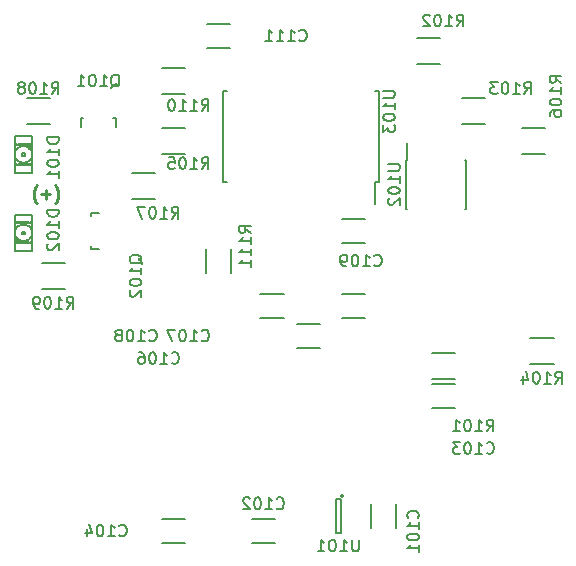
<source format=gbo>
G04 #@! TF.GenerationSoftware,KiCad,Pcbnew,(2017-05-18 revision 2a3a699)-master*
G04 #@! TF.CreationDate,2017-05-23T18:31:29+02:00*
G04 #@! TF.ProjectId,reader,7265616465722E6B696361645F706362,rev?*
G04 #@! TF.FileFunction,Legend,Bot*
G04 #@! TF.FilePolarity,Positive*
%FSLAX46Y46*%
G04 Gerber Fmt 4.6, Leading zero omitted, Abs format (unit mm)*
G04 Created by KiCad (PCBNEW (2017-05-18 revision 2a3a699)-master) date Tue May 23 18:31:29 2017*
%MOMM*%
%LPD*%
G01*
G04 APERTURE LIST*
%ADD10C,0.385000*%
%ADD11C,0.250000*%
%ADD12C,0.150000*%
G04 APERTURE END LIST*
D10*
D11*
X55206904Y-69248333D02*
X55254523Y-69200714D01*
X55349761Y-69057857D01*
X55397380Y-68962619D01*
X55445000Y-68819761D01*
X55492619Y-68581666D01*
X55492619Y-68391190D01*
X55445000Y-68153095D01*
X55397380Y-68010238D01*
X55349761Y-67915000D01*
X55254523Y-67772142D01*
X55206904Y-67724523D01*
X54825952Y-68486428D02*
X54064047Y-68486428D01*
X54445000Y-68867380D02*
X54445000Y-68105476D01*
X53683095Y-69248333D02*
X53635476Y-69200714D01*
X53540238Y-69057857D01*
X53492619Y-68962619D01*
X53445000Y-68819761D01*
X53397380Y-68581666D01*
X53397380Y-68391190D01*
X53445000Y-68153095D01*
X53492619Y-68010238D01*
X53540238Y-67915000D01*
X53635476Y-67772142D01*
X53683095Y-67724523D01*
D12*
X84045000Y-94720000D02*
X84045000Y-96720000D01*
X81995000Y-96720000D02*
X81995000Y-94720000D01*
X71860000Y-95965000D02*
X73860000Y-95965000D01*
X73860000Y-98015000D02*
X71860000Y-98015000D01*
X87100000Y-84535000D02*
X89100000Y-84535000D01*
X89100000Y-86585000D02*
X87100000Y-86585000D01*
X66240000Y-98015000D02*
X64240000Y-98015000D01*
X64240000Y-95965000D02*
X66240000Y-95965000D01*
X77670000Y-81505000D02*
X75670000Y-81505000D01*
X75670000Y-79455000D02*
X77670000Y-79455000D01*
X79480000Y-76915000D02*
X81480000Y-76915000D01*
X81480000Y-78965000D02*
X79480000Y-78965000D01*
X72590000Y-76915000D02*
X74590000Y-76915000D01*
X74590000Y-78965000D02*
X72590000Y-78965000D01*
X81480000Y-72615000D02*
X79480000Y-72615000D01*
X79480000Y-70565000D02*
X81480000Y-70565000D01*
X70050000Y-56105000D02*
X68050000Y-56105000D01*
X68050000Y-54055000D02*
X70050000Y-54055000D01*
X52639060Y-65189200D02*
X52639060Y-64991080D01*
X52639060Y-64991080D02*
X52440940Y-64991080D01*
X52440940Y-65189200D02*
X52440940Y-64991080D01*
X52639060Y-65189200D02*
X52440940Y-65189200D01*
X53238500Y-64640560D02*
X53238500Y-64292580D01*
X53238500Y-64292580D02*
X52989580Y-64292580D01*
X52989580Y-64640560D02*
X52989580Y-64292580D01*
X53238500Y-64640560D02*
X52989580Y-64640560D01*
X53238500Y-64292580D02*
X53238500Y-64190980D01*
X53238500Y-64190980D02*
X52042160Y-64190980D01*
X52042160Y-64292580D02*
X52042160Y-64190980D01*
X53238500Y-64292580D02*
X52042160Y-64292580D01*
X51991360Y-64292580D02*
X51991360Y-64190980D01*
X51991360Y-64190980D02*
X51841500Y-64190980D01*
X51841500Y-64292580D02*
X51841500Y-64190980D01*
X51991360Y-64292580D02*
X51841500Y-64292580D01*
X53238500Y-65989300D02*
X53238500Y-65887700D01*
X53238500Y-65887700D02*
X52042160Y-65887700D01*
X52042160Y-65989300D02*
X52042160Y-65887700D01*
X53238500Y-65989300D02*
X52042160Y-65989300D01*
X51991360Y-65989300D02*
X51991360Y-65887700D01*
X51991360Y-65887700D02*
X51841500Y-65887700D01*
X51841500Y-65989300D02*
X51841500Y-65887700D01*
X51991360Y-65989300D02*
X51841500Y-65989300D01*
X53238500Y-64640560D02*
X53238500Y-64490700D01*
X53238500Y-64490700D02*
X52989580Y-64490700D01*
X52989580Y-64640560D02*
X52989580Y-64490700D01*
X53238500Y-64640560D02*
X52989580Y-64640560D01*
X53289300Y-63540740D02*
X53289300Y-66639540D01*
X53289300Y-66639540D02*
X51790700Y-66639540D01*
X51790700Y-66639540D02*
X51790700Y-63540740D01*
X51790700Y-63540740D02*
X53289300Y-63540740D01*
X53039354Y-65637402D02*
G75*
G03X53037840Y-64541500I-499354J547262D01*
G01*
X52041602Y-65638273D02*
G75*
G03X53037840Y-65638780I498398J548133D01*
G01*
X52040646Y-64542878D02*
G75*
G03X52042160Y-65638780I499354J-547262D01*
G01*
X53038398Y-64542007D02*
G75*
G03X52042160Y-64541500I-498398J-548133D01*
G01*
X52041602Y-72287993D02*
G75*
G03X53037840Y-72288500I498398J548133D01*
G01*
X53039354Y-72287122D02*
G75*
G03X53037840Y-71191220I-499354J547262D01*
G01*
X53038398Y-71191727D02*
G75*
G03X52042160Y-71191220I-498398J-548133D01*
G01*
X52040646Y-71192598D02*
G75*
G03X52042160Y-72288500I499354J-547262D01*
G01*
X53289300Y-73289260D02*
X51790700Y-73289260D01*
X53289300Y-70190460D02*
X53289300Y-73289260D01*
X51790700Y-70190460D02*
X53289300Y-70190460D01*
X51790700Y-73289260D02*
X51790700Y-70190460D01*
X51841500Y-72189440D02*
X52090420Y-72189440D01*
X52090420Y-72189440D02*
X52090420Y-72339300D01*
X51841500Y-72339300D02*
X52090420Y-72339300D01*
X51841500Y-72189440D02*
X51841500Y-72339300D01*
X53088640Y-70840700D02*
X53238500Y-70840700D01*
X53238500Y-70840700D02*
X53238500Y-70942300D01*
X53088640Y-70942300D02*
X53238500Y-70942300D01*
X53088640Y-70840700D02*
X53088640Y-70942300D01*
X51841500Y-70840700D02*
X53037840Y-70840700D01*
X53037840Y-70840700D02*
X53037840Y-70942300D01*
X51841500Y-70942300D02*
X53037840Y-70942300D01*
X51841500Y-70840700D02*
X51841500Y-70942300D01*
X53088640Y-72537420D02*
X53238500Y-72537420D01*
X53238500Y-72537420D02*
X53238500Y-72639020D01*
X53088640Y-72639020D02*
X53238500Y-72639020D01*
X53088640Y-72537420D02*
X53088640Y-72639020D01*
X51841500Y-72537420D02*
X53037840Y-72537420D01*
X53037840Y-72537420D02*
X53037840Y-72639020D01*
X51841500Y-72639020D02*
X53037840Y-72639020D01*
X51841500Y-72537420D02*
X51841500Y-72639020D01*
X51841500Y-72189440D02*
X52090420Y-72189440D01*
X52090420Y-72189440D02*
X52090420Y-72537420D01*
X51841500Y-72537420D02*
X52090420Y-72537420D01*
X51841500Y-72189440D02*
X51841500Y-72537420D01*
X52440940Y-71640800D02*
X52639060Y-71640800D01*
X52639060Y-71640800D02*
X52639060Y-71838920D01*
X52440940Y-71838920D02*
X52639060Y-71838920D01*
X52440940Y-71640800D02*
X52440940Y-71838920D01*
X60389820Y-62750800D02*
X60389820Y-62049760D01*
X60389820Y-62049760D02*
X60140900Y-62049760D01*
X57590840Y-62049760D02*
X57390180Y-62049760D01*
X57390180Y-62049760D02*
X57390180Y-62750800D01*
X58239760Y-73089820D02*
X58940800Y-73089820D01*
X58239760Y-72889160D02*
X58239760Y-73089820D01*
X58239760Y-70090180D02*
X58239760Y-70339100D01*
X58940800Y-70090180D02*
X58239760Y-70090180D01*
X89100000Y-81945000D02*
X87100000Y-81945000D01*
X87100000Y-84095000D02*
X89100000Y-84095000D01*
X85830000Y-57425000D02*
X87830000Y-57425000D01*
X87830000Y-55275000D02*
X85830000Y-55275000D01*
X91640000Y-60355000D02*
X89640000Y-60355000D01*
X89640000Y-62505000D02*
X91640000Y-62505000D01*
X95450000Y-82825000D02*
X97450000Y-82825000D01*
X97450000Y-80675000D02*
X95450000Y-80675000D01*
X64240000Y-65045000D02*
X66240000Y-65045000D01*
X66240000Y-62895000D02*
X64240000Y-62895000D01*
X94720000Y-65045000D02*
X96720000Y-65045000D01*
X96720000Y-62895000D02*
X94720000Y-62895000D01*
X63700000Y-66705000D02*
X61700000Y-66705000D01*
X61700000Y-68855000D02*
X63700000Y-68855000D01*
X52810000Y-62505000D02*
X54810000Y-62505000D01*
X54810000Y-60355000D02*
X52810000Y-60355000D01*
X56080000Y-74325000D02*
X54080000Y-74325000D01*
X54080000Y-76475000D02*
X56080000Y-76475000D01*
X64240000Y-59965000D02*
X66240000Y-59965000D01*
X66240000Y-57815000D02*
X64240000Y-57815000D01*
X70125000Y-75130000D02*
X70125000Y-73130000D01*
X67975000Y-73130000D02*
X67975000Y-75130000D01*
X79610000Y-94020000D02*
G75*
G03X79610000Y-94020000I-100000J0D01*
G01*
X78960000Y-94270000D02*
X79460000Y-94270000D01*
X78960000Y-97170000D02*
X78960000Y-94270000D01*
X79460000Y-97170000D02*
X78960000Y-97170000D01*
X79460000Y-94270000D02*
X79460000Y-97170000D01*
X84890000Y-65545000D02*
X85035000Y-65545000D01*
X84890000Y-69695000D02*
X85035000Y-69695000D01*
X90040000Y-69695000D02*
X89895000Y-69695000D01*
X90040000Y-65545000D02*
X89895000Y-65545000D01*
X84890000Y-65545000D02*
X84890000Y-69695000D01*
X90040000Y-65545000D02*
X90040000Y-69695000D01*
X85035000Y-65545000D02*
X85035000Y-64145000D01*
X82610000Y-67465000D02*
X82275000Y-67465000D01*
X82610000Y-59715000D02*
X82275000Y-59715000D01*
X69460000Y-59715000D02*
X69795000Y-59715000D01*
X69460000Y-67465000D02*
X69795000Y-67465000D01*
X82610000Y-67465000D02*
X82610000Y-59715000D01*
X69460000Y-67465000D02*
X69460000Y-59715000D01*
X82275000Y-67465000D02*
X82275000Y-69265000D01*
X85917142Y-95870952D02*
X85964761Y-95823333D01*
X86012380Y-95680476D01*
X86012380Y-95585238D01*
X85964761Y-95442380D01*
X85869523Y-95347142D01*
X85774285Y-95299523D01*
X85583809Y-95251904D01*
X85440952Y-95251904D01*
X85250476Y-95299523D01*
X85155238Y-95347142D01*
X85060000Y-95442380D01*
X85012380Y-95585238D01*
X85012380Y-95680476D01*
X85060000Y-95823333D01*
X85107619Y-95870952D01*
X86012380Y-96823333D02*
X86012380Y-96251904D01*
X86012380Y-96537619D02*
X85012380Y-96537619D01*
X85155238Y-96442380D01*
X85250476Y-96347142D01*
X85298095Y-96251904D01*
X85012380Y-97442380D02*
X85012380Y-97537619D01*
X85060000Y-97632857D01*
X85107619Y-97680476D01*
X85202857Y-97728095D01*
X85393333Y-97775714D01*
X85631428Y-97775714D01*
X85821904Y-97728095D01*
X85917142Y-97680476D01*
X85964761Y-97632857D01*
X86012380Y-97537619D01*
X86012380Y-97442380D01*
X85964761Y-97347142D01*
X85917142Y-97299523D01*
X85821904Y-97251904D01*
X85631428Y-97204285D01*
X85393333Y-97204285D01*
X85202857Y-97251904D01*
X85107619Y-97299523D01*
X85060000Y-97347142D01*
X85012380Y-97442380D01*
X86012380Y-98728095D02*
X86012380Y-98156666D01*
X86012380Y-98442380D02*
X85012380Y-98442380D01*
X85155238Y-98347142D01*
X85250476Y-98251904D01*
X85298095Y-98156666D01*
X73979047Y-95047142D02*
X74026666Y-95094761D01*
X74169523Y-95142380D01*
X74264761Y-95142380D01*
X74407619Y-95094761D01*
X74502857Y-94999523D01*
X74550476Y-94904285D01*
X74598095Y-94713809D01*
X74598095Y-94570952D01*
X74550476Y-94380476D01*
X74502857Y-94285238D01*
X74407619Y-94190000D01*
X74264761Y-94142380D01*
X74169523Y-94142380D01*
X74026666Y-94190000D01*
X73979047Y-94237619D01*
X73026666Y-95142380D02*
X73598095Y-95142380D01*
X73312380Y-95142380D02*
X73312380Y-94142380D01*
X73407619Y-94285238D01*
X73502857Y-94380476D01*
X73598095Y-94428095D01*
X72407619Y-94142380D02*
X72312380Y-94142380D01*
X72217142Y-94190000D01*
X72169523Y-94237619D01*
X72121904Y-94332857D01*
X72074285Y-94523333D01*
X72074285Y-94761428D01*
X72121904Y-94951904D01*
X72169523Y-95047142D01*
X72217142Y-95094761D01*
X72312380Y-95142380D01*
X72407619Y-95142380D01*
X72502857Y-95094761D01*
X72550476Y-95047142D01*
X72598095Y-94951904D01*
X72645714Y-94761428D01*
X72645714Y-94523333D01*
X72598095Y-94332857D01*
X72550476Y-94237619D01*
X72502857Y-94190000D01*
X72407619Y-94142380D01*
X71693333Y-94237619D02*
X71645714Y-94190000D01*
X71550476Y-94142380D01*
X71312380Y-94142380D01*
X71217142Y-94190000D01*
X71169523Y-94237619D01*
X71121904Y-94332857D01*
X71121904Y-94428095D01*
X71169523Y-94570952D01*
X71740952Y-95142380D01*
X71121904Y-95142380D01*
X91759047Y-90362142D02*
X91806666Y-90409761D01*
X91949523Y-90457380D01*
X92044761Y-90457380D01*
X92187619Y-90409761D01*
X92282857Y-90314523D01*
X92330476Y-90219285D01*
X92378095Y-90028809D01*
X92378095Y-89885952D01*
X92330476Y-89695476D01*
X92282857Y-89600238D01*
X92187619Y-89505000D01*
X92044761Y-89457380D01*
X91949523Y-89457380D01*
X91806666Y-89505000D01*
X91759047Y-89552619D01*
X90806666Y-90457380D02*
X91378095Y-90457380D01*
X91092380Y-90457380D02*
X91092380Y-89457380D01*
X91187619Y-89600238D01*
X91282857Y-89695476D01*
X91378095Y-89743095D01*
X90187619Y-89457380D02*
X90092380Y-89457380D01*
X89997142Y-89505000D01*
X89949523Y-89552619D01*
X89901904Y-89647857D01*
X89854285Y-89838333D01*
X89854285Y-90076428D01*
X89901904Y-90266904D01*
X89949523Y-90362142D01*
X89997142Y-90409761D01*
X90092380Y-90457380D01*
X90187619Y-90457380D01*
X90282857Y-90409761D01*
X90330476Y-90362142D01*
X90378095Y-90266904D01*
X90425714Y-90076428D01*
X90425714Y-89838333D01*
X90378095Y-89647857D01*
X90330476Y-89552619D01*
X90282857Y-89505000D01*
X90187619Y-89457380D01*
X89520952Y-89457380D02*
X88901904Y-89457380D01*
X89235238Y-89838333D01*
X89092380Y-89838333D01*
X88997142Y-89885952D01*
X88949523Y-89933571D01*
X88901904Y-90028809D01*
X88901904Y-90266904D01*
X88949523Y-90362142D01*
X88997142Y-90409761D01*
X89092380Y-90457380D01*
X89378095Y-90457380D01*
X89473333Y-90409761D01*
X89520952Y-90362142D01*
X60644047Y-97347142D02*
X60691666Y-97394761D01*
X60834523Y-97442380D01*
X60929761Y-97442380D01*
X61072619Y-97394761D01*
X61167857Y-97299523D01*
X61215476Y-97204285D01*
X61263095Y-97013809D01*
X61263095Y-96870952D01*
X61215476Y-96680476D01*
X61167857Y-96585238D01*
X61072619Y-96490000D01*
X60929761Y-96442380D01*
X60834523Y-96442380D01*
X60691666Y-96490000D01*
X60644047Y-96537619D01*
X59691666Y-97442380D02*
X60263095Y-97442380D01*
X59977380Y-97442380D02*
X59977380Y-96442380D01*
X60072619Y-96585238D01*
X60167857Y-96680476D01*
X60263095Y-96728095D01*
X59072619Y-96442380D02*
X58977380Y-96442380D01*
X58882142Y-96490000D01*
X58834523Y-96537619D01*
X58786904Y-96632857D01*
X58739285Y-96823333D01*
X58739285Y-97061428D01*
X58786904Y-97251904D01*
X58834523Y-97347142D01*
X58882142Y-97394761D01*
X58977380Y-97442380D01*
X59072619Y-97442380D01*
X59167857Y-97394761D01*
X59215476Y-97347142D01*
X59263095Y-97251904D01*
X59310714Y-97061428D01*
X59310714Y-96823333D01*
X59263095Y-96632857D01*
X59215476Y-96537619D01*
X59167857Y-96490000D01*
X59072619Y-96442380D01*
X57882142Y-96775714D02*
X57882142Y-97442380D01*
X58120238Y-96394761D02*
X58358333Y-97109047D01*
X57739285Y-97109047D01*
X65089047Y-82742142D02*
X65136666Y-82789761D01*
X65279523Y-82837380D01*
X65374761Y-82837380D01*
X65517619Y-82789761D01*
X65612857Y-82694523D01*
X65660476Y-82599285D01*
X65708095Y-82408809D01*
X65708095Y-82265952D01*
X65660476Y-82075476D01*
X65612857Y-81980238D01*
X65517619Y-81885000D01*
X65374761Y-81837380D01*
X65279523Y-81837380D01*
X65136666Y-81885000D01*
X65089047Y-81932619D01*
X64136666Y-82837380D02*
X64708095Y-82837380D01*
X64422380Y-82837380D02*
X64422380Y-81837380D01*
X64517619Y-81980238D01*
X64612857Y-82075476D01*
X64708095Y-82123095D01*
X63517619Y-81837380D02*
X63422380Y-81837380D01*
X63327142Y-81885000D01*
X63279523Y-81932619D01*
X63231904Y-82027857D01*
X63184285Y-82218333D01*
X63184285Y-82456428D01*
X63231904Y-82646904D01*
X63279523Y-82742142D01*
X63327142Y-82789761D01*
X63422380Y-82837380D01*
X63517619Y-82837380D01*
X63612857Y-82789761D01*
X63660476Y-82742142D01*
X63708095Y-82646904D01*
X63755714Y-82456428D01*
X63755714Y-82218333D01*
X63708095Y-82027857D01*
X63660476Y-81932619D01*
X63612857Y-81885000D01*
X63517619Y-81837380D01*
X62327142Y-81837380D02*
X62517619Y-81837380D01*
X62612857Y-81885000D01*
X62660476Y-81932619D01*
X62755714Y-82075476D01*
X62803333Y-82265952D01*
X62803333Y-82646904D01*
X62755714Y-82742142D01*
X62708095Y-82789761D01*
X62612857Y-82837380D01*
X62422380Y-82837380D01*
X62327142Y-82789761D01*
X62279523Y-82742142D01*
X62231904Y-82646904D01*
X62231904Y-82408809D01*
X62279523Y-82313571D01*
X62327142Y-82265952D01*
X62422380Y-82218333D01*
X62612857Y-82218333D01*
X62708095Y-82265952D01*
X62755714Y-82313571D01*
X62803333Y-82408809D01*
X67629047Y-80837142D02*
X67676666Y-80884761D01*
X67819523Y-80932380D01*
X67914761Y-80932380D01*
X68057619Y-80884761D01*
X68152857Y-80789523D01*
X68200476Y-80694285D01*
X68248095Y-80503809D01*
X68248095Y-80360952D01*
X68200476Y-80170476D01*
X68152857Y-80075238D01*
X68057619Y-79980000D01*
X67914761Y-79932380D01*
X67819523Y-79932380D01*
X67676666Y-79980000D01*
X67629047Y-80027619D01*
X66676666Y-80932380D02*
X67248095Y-80932380D01*
X66962380Y-80932380D02*
X66962380Y-79932380D01*
X67057619Y-80075238D01*
X67152857Y-80170476D01*
X67248095Y-80218095D01*
X66057619Y-79932380D02*
X65962380Y-79932380D01*
X65867142Y-79980000D01*
X65819523Y-80027619D01*
X65771904Y-80122857D01*
X65724285Y-80313333D01*
X65724285Y-80551428D01*
X65771904Y-80741904D01*
X65819523Y-80837142D01*
X65867142Y-80884761D01*
X65962380Y-80932380D01*
X66057619Y-80932380D01*
X66152857Y-80884761D01*
X66200476Y-80837142D01*
X66248095Y-80741904D01*
X66295714Y-80551428D01*
X66295714Y-80313333D01*
X66248095Y-80122857D01*
X66200476Y-80027619D01*
X66152857Y-79980000D01*
X66057619Y-79932380D01*
X65390952Y-79932380D02*
X64724285Y-79932380D01*
X65152857Y-80932380D01*
X63184047Y-80837142D02*
X63231666Y-80884761D01*
X63374523Y-80932380D01*
X63469761Y-80932380D01*
X63612619Y-80884761D01*
X63707857Y-80789523D01*
X63755476Y-80694285D01*
X63803095Y-80503809D01*
X63803095Y-80360952D01*
X63755476Y-80170476D01*
X63707857Y-80075238D01*
X63612619Y-79980000D01*
X63469761Y-79932380D01*
X63374523Y-79932380D01*
X63231666Y-79980000D01*
X63184047Y-80027619D01*
X62231666Y-80932380D02*
X62803095Y-80932380D01*
X62517380Y-80932380D02*
X62517380Y-79932380D01*
X62612619Y-80075238D01*
X62707857Y-80170476D01*
X62803095Y-80218095D01*
X61612619Y-79932380D02*
X61517380Y-79932380D01*
X61422142Y-79980000D01*
X61374523Y-80027619D01*
X61326904Y-80122857D01*
X61279285Y-80313333D01*
X61279285Y-80551428D01*
X61326904Y-80741904D01*
X61374523Y-80837142D01*
X61422142Y-80884761D01*
X61517380Y-80932380D01*
X61612619Y-80932380D01*
X61707857Y-80884761D01*
X61755476Y-80837142D01*
X61803095Y-80741904D01*
X61850714Y-80551428D01*
X61850714Y-80313333D01*
X61803095Y-80122857D01*
X61755476Y-80027619D01*
X61707857Y-79980000D01*
X61612619Y-79932380D01*
X60707857Y-80360952D02*
X60803095Y-80313333D01*
X60850714Y-80265714D01*
X60898333Y-80170476D01*
X60898333Y-80122857D01*
X60850714Y-80027619D01*
X60803095Y-79980000D01*
X60707857Y-79932380D01*
X60517380Y-79932380D01*
X60422142Y-79980000D01*
X60374523Y-80027619D01*
X60326904Y-80122857D01*
X60326904Y-80170476D01*
X60374523Y-80265714D01*
X60422142Y-80313333D01*
X60517380Y-80360952D01*
X60707857Y-80360952D01*
X60803095Y-80408571D01*
X60850714Y-80456190D01*
X60898333Y-80551428D01*
X60898333Y-80741904D01*
X60850714Y-80837142D01*
X60803095Y-80884761D01*
X60707857Y-80932380D01*
X60517380Y-80932380D01*
X60422142Y-80884761D01*
X60374523Y-80837142D01*
X60326904Y-80741904D01*
X60326904Y-80551428D01*
X60374523Y-80456190D01*
X60422142Y-80408571D01*
X60517380Y-80360952D01*
X82234047Y-74487142D02*
X82281666Y-74534761D01*
X82424523Y-74582380D01*
X82519761Y-74582380D01*
X82662619Y-74534761D01*
X82757857Y-74439523D01*
X82805476Y-74344285D01*
X82853095Y-74153809D01*
X82853095Y-74010952D01*
X82805476Y-73820476D01*
X82757857Y-73725238D01*
X82662619Y-73630000D01*
X82519761Y-73582380D01*
X82424523Y-73582380D01*
X82281666Y-73630000D01*
X82234047Y-73677619D01*
X81281666Y-74582380D02*
X81853095Y-74582380D01*
X81567380Y-74582380D02*
X81567380Y-73582380D01*
X81662619Y-73725238D01*
X81757857Y-73820476D01*
X81853095Y-73868095D01*
X80662619Y-73582380D02*
X80567380Y-73582380D01*
X80472142Y-73630000D01*
X80424523Y-73677619D01*
X80376904Y-73772857D01*
X80329285Y-73963333D01*
X80329285Y-74201428D01*
X80376904Y-74391904D01*
X80424523Y-74487142D01*
X80472142Y-74534761D01*
X80567380Y-74582380D01*
X80662619Y-74582380D01*
X80757857Y-74534761D01*
X80805476Y-74487142D01*
X80853095Y-74391904D01*
X80900714Y-74201428D01*
X80900714Y-73963333D01*
X80853095Y-73772857D01*
X80805476Y-73677619D01*
X80757857Y-73630000D01*
X80662619Y-73582380D01*
X79853095Y-74582380D02*
X79662619Y-74582380D01*
X79567380Y-74534761D01*
X79519761Y-74487142D01*
X79424523Y-74344285D01*
X79376904Y-74153809D01*
X79376904Y-73772857D01*
X79424523Y-73677619D01*
X79472142Y-73630000D01*
X79567380Y-73582380D01*
X79757857Y-73582380D01*
X79853095Y-73630000D01*
X79900714Y-73677619D01*
X79948333Y-73772857D01*
X79948333Y-74010952D01*
X79900714Y-74106190D01*
X79853095Y-74153809D01*
X79757857Y-74201428D01*
X79567380Y-74201428D01*
X79472142Y-74153809D01*
X79424523Y-74106190D01*
X79376904Y-74010952D01*
X75884047Y-55437142D02*
X75931666Y-55484761D01*
X76074523Y-55532380D01*
X76169761Y-55532380D01*
X76312619Y-55484761D01*
X76407857Y-55389523D01*
X76455476Y-55294285D01*
X76503095Y-55103809D01*
X76503095Y-54960952D01*
X76455476Y-54770476D01*
X76407857Y-54675238D01*
X76312619Y-54580000D01*
X76169761Y-54532380D01*
X76074523Y-54532380D01*
X75931666Y-54580000D01*
X75884047Y-54627619D01*
X74931666Y-55532380D02*
X75503095Y-55532380D01*
X75217380Y-55532380D02*
X75217380Y-54532380D01*
X75312619Y-54675238D01*
X75407857Y-54770476D01*
X75503095Y-54818095D01*
X73979285Y-55532380D02*
X74550714Y-55532380D01*
X74265000Y-55532380D02*
X74265000Y-54532380D01*
X74360238Y-54675238D01*
X74455476Y-54770476D01*
X74550714Y-54818095D01*
X73026904Y-55532380D02*
X73598333Y-55532380D01*
X73312619Y-55532380D02*
X73312619Y-54532380D01*
X73407857Y-54675238D01*
X73503095Y-54770476D01*
X73598333Y-54818095D01*
X55532380Y-63653663D02*
X54532380Y-63653663D01*
X54532380Y-63891759D01*
X54580000Y-64034616D01*
X54675238Y-64129854D01*
X54770476Y-64177473D01*
X54960952Y-64225092D01*
X55103809Y-64225092D01*
X55294285Y-64177473D01*
X55389523Y-64129854D01*
X55484761Y-64034616D01*
X55532380Y-63891759D01*
X55532380Y-63653663D01*
X55532380Y-65177473D02*
X55532380Y-64606044D01*
X55532380Y-64891759D02*
X54532380Y-64891759D01*
X54675238Y-64796520D01*
X54770476Y-64701282D01*
X54818095Y-64606044D01*
X54532380Y-65796520D02*
X54532380Y-65891759D01*
X54580000Y-65986997D01*
X54627619Y-66034616D01*
X54722857Y-66082235D01*
X54913333Y-66129854D01*
X55151428Y-66129854D01*
X55341904Y-66082235D01*
X55437142Y-66034616D01*
X55484761Y-65986997D01*
X55532380Y-65891759D01*
X55532380Y-65796520D01*
X55484761Y-65701282D01*
X55437142Y-65653663D01*
X55341904Y-65606044D01*
X55151428Y-65558425D01*
X54913333Y-65558425D01*
X54722857Y-65606044D01*
X54627619Y-65653663D01*
X54580000Y-65701282D01*
X54532380Y-65796520D01*
X55532380Y-67082235D02*
X55532380Y-66510806D01*
X55532380Y-66796520D02*
X54532380Y-66796520D01*
X54675238Y-66701282D01*
X54770476Y-66606044D01*
X54818095Y-66510806D01*
X55532380Y-69795383D02*
X54532380Y-69795383D01*
X54532380Y-70033479D01*
X54580000Y-70176336D01*
X54675238Y-70271574D01*
X54770476Y-70319193D01*
X54960952Y-70366812D01*
X55103809Y-70366812D01*
X55294285Y-70319193D01*
X55389523Y-70271574D01*
X55484761Y-70176336D01*
X55532380Y-70033479D01*
X55532380Y-69795383D01*
X55532380Y-71319193D02*
X55532380Y-70747764D01*
X55532380Y-71033479D02*
X54532380Y-71033479D01*
X54675238Y-70938240D01*
X54770476Y-70843002D01*
X54818095Y-70747764D01*
X54532380Y-71938240D02*
X54532380Y-72033479D01*
X54580000Y-72128717D01*
X54627619Y-72176336D01*
X54722857Y-72223955D01*
X54913333Y-72271574D01*
X55151428Y-72271574D01*
X55341904Y-72223955D01*
X55437142Y-72176336D01*
X55484761Y-72128717D01*
X55532380Y-72033479D01*
X55532380Y-71938240D01*
X55484761Y-71843002D01*
X55437142Y-71795383D01*
X55341904Y-71747764D01*
X55151428Y-71700145D01*
X54913333Y-71700145D01*
X54722857Y-71747764D01*
X54627619Y-71795383D01*
X54580000Y-71843002D01*
X54532380Y-71938240D01*
X54627619Y-72652526D02*
X54580000Y-72700145D01*
X54532380Y-72795383D01*
X54532380Y-73033479D01*
X54580000Y-73128717D01*
X54627619Y-73176336D01*
X54722857Y-73223955D01*
X54818095Y-73223955D01*
X54960952Y-73176336D01*
X55532380Y-72604907D01*
X55532380Y-73223955D01*
X59937619Y-59437619D02*
X60032857Y-59390000D01*
X60128095Y-59294761D01*
X60270952Y-59151904D01*
X60366190Y-59104285D01*
X60461428Y-59104285D01*
X60413809Y-59342380D02*
X60509047Y-59294761D01*
X60604285Y-59199523D01*
X60651904Y-59009047D01*
X60651904Y-58675714D01*
X60604285Y-58485238D01*
X60509047Y-58390000D01*
X60413809Y-58342380D01*
X60223333Y-58342380D01*
X60128095Y-58390000D01*
X60032857Y-58485238D01*
X59985238Y-58675714D01*
X59985238Y-59009047D01*
X60032857Y-59199523D01*
X60128095Y-59294761D01*
X60223333Y-59342380D01*
X60413809Y-59342380D01*
X59032857Y-59342380D02*
X59604285Y-59342380D01*
X59318571Y-59342380D02*
X59318571Y-58342380D01*
X59413809Y-58485238D01*
X59509047Y-58580476D01*
X59604285Y-58628095D01*
X58413809Y-58342380D02*
X58318571Y-58342380D01*
X58223333Y-58390000D01*
X58175714Y-58437619D01*
X58128095Y-58532857D01*
X58080476Y-58723333D01*
X58080476Y-58961428D01*
X58128095Y-59151904D01*
X58175714Y-59247142D01*
X58223333Y-59294761D01*
X58318571Y-59342380D01*
X58413809Y-59342380D01*
X58509047Y-59294761D01*
X58556666Y-59247142D01*
X58604285Y-59151904D01*
X58651904Y-58961428D01*
X58651904Y-58723333D01*
X58604285Y-58532857D01*
X58556666Y-58437619D01*
X58509047Y-58390000D01*
X58413809Y-58342380D01*
X57128095Y-59342380D02*
X57699523Y-59342380D01*
X57413809Y-59342380D02*
X57413809Y-58342380D01*
X57509047Y-58485238D01*
X57604285Y-58580476D01*
X57699523Y-58628095D01*
X62612619Y-74352380D02*
X62565000Y-74257142D01*
X62469761Y-74161904D01*
X62326904Y-74019047D01*
X62279285Y-73923809D01*
X62279285Y-73828571D01*
X62517380Y-73876190D02*
X62469761Y-73780952D01*
X62374523Y-73685714D01*
X62184047Y-73638095D01*
X61850714Y-73638095D01*
X61660238Y-73685714D01*
X61565000Y-73780952D01*
X61517380Y-73876190D01*
X61517380Y-74066666D01*
X61565000Y-74161904D01*
X61660238Y-74257142D01*
X61850714Y-74304761D01*
X62184047Y-74304761D01*
X62374523Y-74257142D01*
X62469761Y-74161904D01*
X62517380Y-74066666D01*
X62517380Y-73876190D01*
X62517380Y-75257142D02*
X62517380Y-74685714D01*
X62517380Y-74971428D02*
X61517380Y-74971428D01*
X61660238Y-74876190D01*
X61755476Y-74780952D01*
X61803095Y-74685714D01*
X61517380Y-75876190D02*
X61517380Y-75971428D01*
X61565000Y-76066666D01*
X61612619Y-76114285D01*
X61707857Y-76161904D01*
X61898333Y-76209523D01*
X62136428Y-76209523D01*
X62326904Y-76161904D01*
X62422142Y-76114285D01*
X62469761Y-76066666D01*
X62517380Y-75971428D01*
X62517380Y-75876190D01*
X62469761Y-75780952D01*
X62422142Y-75733333D01*
X62326904Y-75685714D01*
X62136428Y-75638095D01*
X61898333Y-75638095D01*
X61707857Y-75685714D01*
X61612619Y-75733333D01*
X61565000Y-75780952D01*
X61517380Y-75876190D01*
X61612619Y-76590476D02*
X61565000Y-76638095D01*
X61517380Y-76733333D01*
X61517380Y-76971428D01*
X61565000Y-77066666D01*
X61612619Y-77114285D01*
X61707857Y-77161904D01*
X61803095Y-77161904D01*
X61945952Y-77114285D01*
X62517380Y-76542857D01*
X62517380Y-77161904D01*
X91759047Y-88552380D02*
X92092380Y-88076190D01*
X92330476Y-88552380D02*
X92330476Y-87552380D01*
X91949523Y-87552380D01*
X91854285Y-87600000D01*
X91806666Y-87647619D01*
X91759047Y-87742857D01*
X91759047Y-87885714D01*
X91806666Y-87980952D01*
X91854285Y-88028571D01*
X91949523Y-88076190D01*
X92330476Y-88076190D01*
X90806666Y-88552380D02*
X91378095Y-88552380D01*
X91092380Y-88552380D02*
X91092380Y-87552380D01*
X91187619Y-87695238D01*
X91282857Y-87790476D01*
X91378095Y-87838095D01*
X90187619Y-87552380D02*
X90092380Y-87552380D01*
X89997142Y-87600000D01*
X89949523Y-87647619D01*
X89901904Y-87742857D01*
X89854285Y-87933333D01*
X89854285Y-88171428D01*
X89901904Y-88361904D01*
X89949523Y-88457142D01*
X89997142Y-88504761D01*
X90092380Y-88552380D01*
X90187619Y-88552380D01*
X90282857Y-88504761D01*
X90330476Y-88457142D01*
X90378095Y-88361904D01*
X90425714Y-88171428D01*
X90425714Y-87933333D01*
X90378095Y-87742857D01*
X90330476Y-87647619D01*
X90282857Y-87600000D01*
X90187619Y-87552380D01*
X88901904Y-88552380D02*
X89473333Y-88552380D01*
X89187619Y-88552380D02*
X89187619Y-87552380D01*
X89282857Y-87695238D01*
X89378095Y-87790476D01*
X89473333Y-87838095D01*
X89219047Y-54262380D02*
X89552380Y-53786190D01*
X89790476Y-54262380D02*
X89790476Y-53262380D01*
X89409523Y-53262380D01*
X89314285Y-53310000D01*
X89266666Y-53357619D01*
X89219047Y-53452857D01*
X89219047Y-53595714D01*
X89266666Y-53690952D01*
X89314285Y-53738571D01*
X89409523Y-53786190D01*
X89790476Y-53786190D01*
X88266666Y-54262380D02*
X88838095Y-54262380D01*
X88552380Y-54262380D02*
X88552380Y-53262380D01*
X88647619Y-53405238D01*
X88742857Y-53500476D01*
X88838095Y-53548095D01*
X87647619Y-53262380D02*
X87552380Y-53262380D01*
X87457142Y-53310000D01*
X87409523Y-53357619D01*
X87361904Y-53452857D01*
X87314285Y-53643333D01*
X87314285Y-53881428D01*
X87361904Y-54071904D01*
X87409523Y-54167142D01*
X87457142Y-54214761D01*
X87552380Y-54262380D01*
X87647619Y-54262380D01*
X87742857Y-54214761D01*
X87790476Y-54167142D01*
X87838095Y-54071904D01*
X87885714Y-53881428D01*
X87885714Y-53643333D01*
X87838095Y-53452857D01*
X87790476Y-53357619D01*
X87742857Y-53310000D01*
X87647619Y-53262380D01*
X86933333Y-53357619D02*
X86885714Y-53310000D01*
X86790476Y-53262380D01*
X86552380Y-53262380D01*
X86457142Y-53310000D01*
X86409523Y-53357619D01*
X86361904Y-53452857D01*
X86361904Y-53548095D01*
X86409523Y-53690952D01*
X86980952Y-54262380D01*
X86361904Y-54262380D01*
X94934047Y-59977380D02*
X95267380Y-59501190D01*
X95505476Y-59977380D02*
X95505476Y-58977380D01*
X95124523Y-58977380D01*
X95029285Y-59025000D01*
X94981666Y-59072619D01*
X94934047Y-59167857D01*
X94934047Y-59310714D01*
X94981666Y-59405952D01*
X95029285Y-59453571D01*
X95124523Y-59501190D01*
X95505476Y-59501190D01*
X93981666Y-59977380D02*
X94553095Y-59977380D01*
X94267380Y-59977380D02*
X94267380Y-58977380D01*
X94362619Y-59120238D01*
X94457857Y-59215476D01*
X94553095Y-59263095D01*
X93362619Y-58977380D02*
X93267380Y-58977380D01*
X93172142Y-59025000D01*
X93124523Y-59072619D01*
X93076904Y-59167857D01*
X93029285Y-59358333D01*
X93029285Y-59596428D01*
X93076904Y-59786904D01*
X93124523Y-59882142D01*
X93172142Y-59929761D01*
X93267380Y-59977380D01*
X93362619Y-59977380D01*
X93457857Y-59929761D01*
X93505476Y-59882142D01*
X93553095Y-59786904D01*
X93600714Y-59596428D01*
X93600714Y-59358333D01*
X93553095Y-59167857D01*
X93505476Y-59072619D01*
X93457857Y-59025000D01*
X93362619Y-58977380D01*
X92695952Y-58977380D02*
X92076904Y-58977380D01*
X92410238Y-59358333D01*
X92267380Y-59358333D01*
X92172142Y-59405952D01*
X92124523Y-59453571D01*
X92076904Y-59548809D01*
X92076904Y-59786904D01*
X92124523Y-59882142D01*
X92172142Y-59929761D01*
X92267380Y-59977380D01*
X92553095Y-59977380D01*
X92648333Y-59929761D01*
X92695952Y-59882142D01*
X97569047Y-84502380D02*
X97902380Y-84026190D01*
X98140476Y-84502380D02*
X98140476Y-83502380D01*
X97759523Y-83502380D01*
X97664285Y-83550000D01*
X97616666Y-83597619D01*
X97569047Y-83692857D01*
X97569047Y-83835714D01*
X97616666Y-83930952D01*
X97664285Y-83978571D01*
X97759523Y-84026190D01*
X98140476Y-84026190D01*
X96616666Y-84502380D02*
X97188095Y-84502380D01*
X96902380Y-84502380D02*
X96902380Y-83502380D01*
X96997619Y-83645238D01*
X97092857Y-83740476D01*
X97188095Y-83788095D01*
X95997619Y-83502380D02*
X95902380Y-83502380D01*
X95807142Y-83550000D01*
X95759523Y-83597619D01*
X95711904Y-83692857D01*
X95664285Y-83883333D01*
X95664285Y-84121428D01*
X95711904Y-84311904D01*
X95759523Y-84407142D01*
X95807142Y-84454761D01*
X95902380Y-84502380D01*
X95997619Y-84502380D01*
X96092857Y-84454761D01*
X96140476Y-84407142D01*
X96188095Y-84311904D01*
X96235714Y-84121428D01*
X96235714Y-83883333D01*
X96188095Y-83692857D01*
X96140476Y-83597619D01*
X96092857Y-83550000D01*
X95997619Y-83502380D01*
X94807142Y-83835714D02*
X94807142Y-84502380D01*
X95045238Y-83454761D02*
X95283333Y-84169047D01*
X94664285Y-84169047D01*
X67629047Y-66327380D02*
X67962380Y-65851190D01*
X68200476Y-66327380D02*
X68200476Y-65327380D01*
X67819523Y-65327380D01*
X67724285Y-65375000D01*
X67676666Y-65422619D01*
X67629047Y-65517857D01*
X67629047Y-65660714D01*
X67676666Y-65755952D01*
X67724285Y-65803571D01*
X67819523Y-65851190D01*
X68200476Y-65851190D01*
X66676666Y-66327380D02*
X67248095Y-66327380D01*
X66962380Y-66327380D02*
X66962380Y-65327380D01*
X67057619Y-65470238D01*
X67152857Y-65565476D01*
X67248095Y-65613095D01*
X66057619Y-65327380D02*
X65962380Y-65327380D01*
X65867142Y-65375000D01*
X65819523Y-65422619D01*
X65771904Y-65517857D01*
X65724285Y-65708333D01*
X65724285Y-65946428D01*
X65771904Y-66136904D01*
X65819523Y-66232142D01*
X65867142Y-66279761D01*
X65962380Y-66327380D01*
X66057619Y-66327380D01*
X66152857Y-66279761D01*
X66200476Y-66232142D01*
X66248095Y-66136904D01*
X66295714Y-65946428D01*
X66295714Y-65708333D01*
X66248095Y-65517857D01*
X66200476Y-65422619D01*
X66152857Y-65375000D01*
X66057619Y-65327380D01*
X64819523Y-65327380D02*
X65295714Y-65327380D01*
X65343333Y-65803571D01*
X65295714Y-65755952D01*
X65200476Y-65708333D01*
X64962380Y-65708333D01*
X64867142Y-65755952D01*
X64819523Y-65803571D01*
X64771904Y-65898809D01*
X64771904Y-66136904D01*
X64819523Y-66232142D01*
X64867142Y-66279761D01*
X64962380Y-66327380D01*
X65200476Y-66327380D01*
X65295714Y-66279761D01*
X65343333Y-66232142D01*
X98077380Y-59040952D02*
X97601190Y-58707619D01*
X98077380Y-58469523D02*
X97077380Y-58469523D01*
X97077380Y-58850476D01*
X97125000Y-58945714D01*
X97172619Y-58993333D01*
X97267857Y-59040952D01*
X97410714Y-59040952D01*
X97505952Y-58993333D01*
X97553571Y-58945714D01*
X97601190Y-58850476D01*
X97601190Y-58469523D01*
X98077380Y-59993333D02*
X98077380Y-59421904D01*
X98077380Y-59707619D02*
X97077380Y-59707619D01*
X97220238Y-59612380D01*
X97315476Y-59517142D01*
X97363095Y-59421904D01*
X97077380Y-60612380D02*
X97077380Y-60707619D01*
X97125000Y-60802857D01*
X97172619Y-60850476D01*
X97267857Y-60898095D01*
X97458333Y-60945714D01*
X97696428Y-60945714D01*
X97886904Y-60898095D01*
X97982142Y-60850476D01*
X98029761Y-60802857D01*
X98077380Y-60707619D01*
X98077380Y-60612380D01*
X98029761Y-60517142D01*
X97982142Y-60469523D01*
X97886904Y-60421904D01*
X97696428Y-60374285D01*
X97458333Y-60374285D01*
X97267857Y-60421904D01*
X97172619Y-60469523D01*
X97125000Y-60517142D01*
X97077380Y-60612380D01*
X97077380Y-61802857D02*
X97077380Y-61612380D01*
X97125000Y-61517142D01*
X97172619Y-61469523D01*
X97315476Y-61374285D01*
X97505952Y-61326666D01*
X97886904Y-61326666D01*
X97982142Y-61374285D01*
X98029761Y-61421904D01*
X98077380Y-61517142D01*
X98077380Y-61707619D01*
X98029761Y-61802857D01*
X97982142Y-61850476D01*
X97886904Y-61898095D01*
X97648809Y-61898095D01*
X97553571Y-61850476D01*
X97505952Y-61802857D01*
X97458333Y-61707619D01*
X97458333Y-61517142D01*
X97505952Y-61421904D01*
X97553571Y-61374285D01*
X97648809Y-61326666D01*
X65089047Y-70532380D02*
X65422380Y-70056190D01*
X65660476Y-70532380D02*
X65660476Y-69532380D01*
X65279523Y-69532380D01*
X65184285Y-69580000D01*
X65136666Y-69627619D01*
X65089047Y-69722857D01*
X65089047Y-69865714D01*
X65136666Y-69960952D01*
X65184285Y-70008571D01*
X65279523Y-70056190D01*
X65660476Y-70056190D01*
X64136666Y-70532380D02*
X64708095Y-70532380D01*
X64422380Y-70532380D02*
X64422380Y-69532380D01*
X64517619Y-69675238D01*
X64612857Y-69770476D01*
X64708095Y-69818095D01*
X63517619Y-69532380D02*
X63422380Y-69532380D01*
X63327142Y-69580000D01*
X63279523Y-69627619D01*
X63231904Y-69722857D01*
X63184285Y-69913333D01*
X63184285Y-70151428D01*
X63231904Y-70341904D01*
X63279523Y-70437142D01*
X63327142Y-70484761D01*
X63422380Y-70532380D01*
X63517619Y-70532380D01*
X63612857Y-70484761D01*
X63660476Y-70437142D01*
X63708095Y-70341904D01*
X63755714Y-70151428D01*
X63755714Y-69913333D01*
X63708095Y-69722857D01*
X63660476Y-69627619D01*
X63612857Y-69580000D01*
X63517619Y-69532380D01*
X62850952Y-69532380D02*
X62184285Y-69532380D01*
X62612857Y-70532380D01*
X54929047Y-59977380D02*
X55262380Y-59501190D01*
X55500476Y-59977380D02*
X55500476Y-58977380D01*
X55119523Y-58977380D01*
X55024285Y-59025000D01*
X54976666Y-59072619D01*
X54929047Y-59167857D01*
X54929047Y-59310714D01*
X54976666Y-59405952D01*
X55024285Y-59453571D01*
X55119523Y-59501190D01*
X55500476Y-59501190D01*
X53976666Y-59977380D02*
X54548095Y-59977380D01*
X54262380Y-59977380D02*
X54262380Y-58977380D01*
X54357619Y-59120238D01*
X54452857Y-59215476D01*
X54548095Y-59263095D01*
X53357619Y-58977380D02*
X53262380Y-58977380D01*
X53167142Y-59025000D01*
X53119523Y-59072619D01*
X53071904Y-59167857D01*
X53024285Y-59358333D01*
X53024285Y-59596428D01*
X53071904Y-59786904D01*
X53119523Y-59882142D01*
X53167142Y-59929761D01*
X53262380Y-59977380D01*
X53357619Y-59977380D01*
X53452857Y-59929761D01*
X53500476Y-59882142D01*
X53548095Y-59786904D01*
X53595714Y-59596428D01*
X53595714Y-59358333D01*
X53548095Y-59167857D01*
X53500476Y-59072619D01*
X53452857Y-59025000D01*
X53357619Y-58977380D01*
X52452857Y-59405952D02*
X52548095Y-59358333D01*
X52595714Y-59310714D01*
X52643333Y-59215476D01*
X52643333Y-59167857D01*
X52595714Y-59072619D01*
X52548095Y-59025000D01*
X52452857Y-58977380D01*
X52262380Y-58977380D01*
X52167142Y-59025000D01*
X52119523Y-59072619D01*
X52071904Y-59167857D01*
X52071904Y-59215476D01*
X52119523Y-59310714D01*
X52167142Y-59358333D01*
X52262380Y-59405952D01*
X52452857Y-59405952D01*
X52548095Y-59453571D01*
X52595714Y-59501190D01*
X52643333Y-59596428D01*
X52643333Y-59786904D01*
X52595714Y-59882142D01*
X52548095Y-59929761D01*
X52452857Y-59977380D01*
X52262380Y-59977380D01*
X52167142Y-59929761D01*
X52119523Y-59882142D01*
X52071904Y-59786904D01*
X52071904Y-59596428D01*
X52119523Y-59501190D01*
X52167142Y-59453571D01*
X52262380Y-59405952D01*
X56199047Y-78152380D02*
X56532380Y-77676190D01*
X56770476Y-78152380D02*
X56770476Y-77152380D01*
X56389523Y-77152380D01*
X56294285Y-77200000D01*
X56246666Y-77247619D01*
X56199047Y-77342857D01*
X56199047Y-77485714D01*
X56246666Y-77580952D01*
X56294285Y-77628571D01*
X56389523Y-77676190D01*
X56770476Y-77676190D01*
X55246666Y-78152380D02*
X55818095Y-78152380D01*
X55532380Y-78152380D02*
X55532380Y-77152380D01*
X55627619Y-77295238D01*
X55722857Y-77390476D01*
X55818095Y-77438095D01*
X54627619Y-77152380D02*
X54532380Y-77152380D01*
X54437142Y-77200000D01*
X54389523Y-77247619D01*
X54341904Y-77342857D01*
X54294285Y-77533333D01*
X54294285Y-77771428D01*
X54341904Y-77961904D01*
X54389523Y-78057142D01*
X54437142Y-78104761D01*
X54532380Y-78152380D01*
X54627619Y-78152380D01*
X54722857Y-78104761D01*
X54770476Y-78057142D01*
X54818095Y-77961904D01*
X54865714Y-77771428D01*
X54865714Y-77533333D01*
X54818095Y-77342857D01*
X54770476Y-77247619D01*
X54722857Y-77200000D01*
X54627619Y-77152380D01*
X53818095Y-78152380D02*
X53627619Y-78152380D01*
X53532380Y-78104761D01*
X53484761Y-78057142D01*
X53389523Y-77914285D01*
X53341904Y-77723809D01*
X53341904Y-77342857D01*
X53389523Y-77247619D01*
X53437142Y-77200000D01*
X53532380Y-77152380D01*
X53722857Y-77152380D01*
X53818095Y-77200000D01*
X53865714Y-77247619D01*
X53913333Y-77342857D01*
X53913333Y-77580952D01*
X53865714Y-77676190D01*
X53818095Y-77723809D01*
X53722857Y-77771428D01*
X53532380Y-77771428D01*
X53437142Y-77723809D01*
X53389523Y-77676190D01*
X53341904Y-77580952D01*
X67629047Y-61407380D02*
X67962380Y-60931190D01*
X68200476Y-61407380D02*
X68200476Y-60407380D01*
X67819523Y-60407380D01*
X67724285Y-60455000D01*
X67676666Y-60502619D01*
X67629047Y-60597857D01*
X67629047Y-60740714D01*
X67676666Y-60835952D01*
X67724285Y-60883571D01*
X67819523Y-60931190D01*
X68200476Y-60931190D01*
X66676666Y-61407380D02*
X67248095Y-61407380D01*
X66962380Y-61407380D02*
X66962380Y-60407380D01*
X67057619Y-60550238D01*
X67152857Y-60645476D01*
X67248095Y-60693095D01*
X65724285Y-61407380D02*
X66295714Y-61407380D01*
X66010000Y-61407380D02*
X66010000Y-60407380D01*
X66105238Y-60550238D01*
X66200476Y-60645476D01*
X66295714Y-60693095D01*
X65105238Y-60407380D02*
X65010000Y-60407380D01*
X64914761Y-60455000D01*
X64867142Y-60502619D01*
X64819523Y-60597857D01*
X64771904Y-60788333D01*
X64771904Y-61026428D01*
X64819523Y-61216904D01*
X64867142Y-61312142D01*
X64914761Y-61359761D01*
X65010000Y-61407380D01*
X65105238Y-61407380D01*
X65200476Y-61359761D01*
X65248095Y-61312142D01*
X65295714Y-61216904D01*
X65343333Y-61026428D01*
X65343333Y-60788333D01*
X65295714Y-60597857D01*
X65248095Y-60502619D01*
X65200476Y-60455000D01*
X65105238Y-60407380D01*
X71802380Y-71740952D02*
X71326190Y-71407619D01*
X71802380Y-71169523D02*
X70802380Y-71169523D01*
X70802380Y-71550476D01*
X70850000Y-71645714D01*
X70897619Y-71693333D01*
X70992857Y-71740952D01*
X71135714Y-71740952D01*
X71230952Y-71693333D01*
X71278571Y-71645714D01*
X71326190Y-71550476D01*
X71326190Y-71169523D01*
X71802380Y-72693333D02*
X71802380Y-72121904D01*
X71802380Y-72407619D02*
X70802380Y-72407619D01*
X70945238Y-72312380D01*
X71040476Y-72217142D01*
X71088095Y-72121904D01*
X71802380Y-73645714D02*
X71802380Y-73074285D01*
X71802380Y-73360000D02*
X70802380Y-73360000D01*
X70945238Y-73264761D01*
X71040476Y-73169523D01*
X71088095Y-73074285D01*
X71802380Y-74598095D02*
X71802380Y-74026666D01*
X71802380Y-74312380D02*
X70802380Y-74312380D01*
X70945238Y-74217142D01*
X71040476Y-74121904D01*
X71088095Y-74026666D01*
X80924285Y-97712380D02*
X80924285Y-98521904D01*
X80876666Y-98617142D01*
X80829047Y-98664761D01*
X80733809Y-98712380D01*
X80543333Y-98712380D01*
X80448095Y-98664761D01*
X80400476Y-98617142D01*
X80352857Y-98521904D01*
X80352857Y-97712380D01*
X79352857Y-98712380D02*
X79924285Y-98712380D01*
X79638571Y-98712380D02*
X79638571Y-97712380D01*
X79733809Y-97855238D01*
X79829047Y-97950476D01*
X79924285Y-97998095D01*
X78733809Y-97712380D02*
X78638571Y-97712380D01*
X78543333Y-97760000D01*
X78495714Y-97807619D01*
X78448095Y-97902857D01*
X78400476Y-98093333D01*
X78400476Y-98331428D01*
X78448095Y-98521904D01*
X78495714Y-98617142D01*
X78543333Y-98664761D01*
X78638571Y-98712380D01*
X78733809Y-98712380D01*
X78829047Y-98664761D01*
X78876666Y-98617142D01*
X78924285Y-98521904D01*
X78971904Y-98331428D01*
X78971904Y-98093333D01*
X78924285Y-97902857D01*
X78876666Y-97807619D01*
X78829047Y-97760000D01*
X78733809Y-97712380D01*
X77448095Y-98712380D02*
X78019523Y-98712380D01*
X77733809Y-98712380D02*
X77733809Y-97712380D01*
X77829047Y-97855238D01*
X77924285Y-97950476D01*
X78019523Y-97998095D01*
X83417380Y-65905714D02*
X84226904Y-65905714D01*
X84322142Y-65953333D01*
X84369761Y-66000952D01*
X84417380Y-66096190D01*
X84417380Y-66286666D01*
X84369761Y-66381904D01*
X84322142Y-66429523D01*
X84226904Y-66477142D01*
X83417380Y-66477142D01*
X84417380Y-67477142D02*
X84417380Y-66905714D01*
X84417380Y-67191428D02*
X83417380Y-67191428D01*
X83560238Y-67096190D01*
X83655476Y-67000952D01*
X83703095Y-66905714D01*
X83417380Y-68096190D02*
X83417380Y-68191428D01*
X83465000Y-68286666D01*
X83512619Y-68334285D01*
X83607857Y-68381904D01*
X83798333Y-68429523D01*
X84036428Y-68429523D01*
X84226904Y-68381904D01*
X84322142Y-68334285D01*
X84369761Y-68286666D01*
X84417380Y-68191428D01*
X84417380Y-68096190D01*
X84369761Y-68000952D01*
X84322142Y-67953333D01*
X84226904Y-67905714D01*
X84036428Y-67858095D01*
X83798333Y-67858095D01*
X83607857Y-67905714D01*
X83512619Y-67953333D01*
X83465000Y-68000952D01*
X83417380Y-68096190D01*
X83512619Y-68810476D02*
X83465000Y-68858095D01*
X83417380Y-68953333D01*
X83417380Y-69191428D01*
X83465000Y-69286666D01*
X83512619Y-69334285D01*
X83607857Y-69381904D01*
X83703095Y-69381904D01*
X83845952Y-69334285D01*
X84417380Y-68762857D01*
X84417380Y-69381904D01*
X82987380Y-59715714D02*
X83796904Y-59715714D01*
X83892142Y-59763333D01*
X83939761Y-59810952D01*
X83987380Y-59906190D01*
X83987380Y-60096666D01*
X83939761Y-60191904D01*
X83892142Y-60239523D01*
X83796904Y-60287142D01*
X82987380Y-60287142D01*
X83987380Y-61287142D02*
X83987380Y-60715714D01*
X83987380Y-61001428D02*
X82987380Y-61001428D01*
X83130238Y-60906190D01*
X83225476Y-60810952D01*
X83273095Y-60715714D01*
X82987380Y-61906190D02*
X82987380Y-62001428D01*
X83035000Y-62096666D01*
X83082619Y-62144285D01*
X83177857Y-62191904D01*
X83368333Y-62239523D01*
X83606428Y-62239523D01*
X83796904Y-62191904D01*
X83892142Y-62144285D01*
X83939761Y-62096666D01*
X83987380Y-62001428D01*
X83987380Y-61906190D01*
X83939761Y-61810952D01*
X83892142Y-61763333D01*
X83796904Y-61715714D01*
X83606428Y-61668095D01*
X83368333Y-61668095D01*
X83177857Y-61715714D01*
X83082619Y-61763333D01*
X83035000Y-61810952D01*
X82987380Y-61906190D01*
X82987380Y-62572857D02*
X82987380Y-63191904D01*
X83368333Y-62858571D01*
X83368333Y-63001428D01*
X83415952Y-63096666D01*
X83463571Y-63144285D01*
X83558809Y-63191904D01*
X83796904Y-63191904D01*
X83892142Y-63144285D01*
X83939761Y-63096666D01*
X83987380Y-63001428D01*
X83987380Y-62715714D01*
X83939761Y-62620476D01*
X83892142Y-62572857D01*
M02*

</source>
